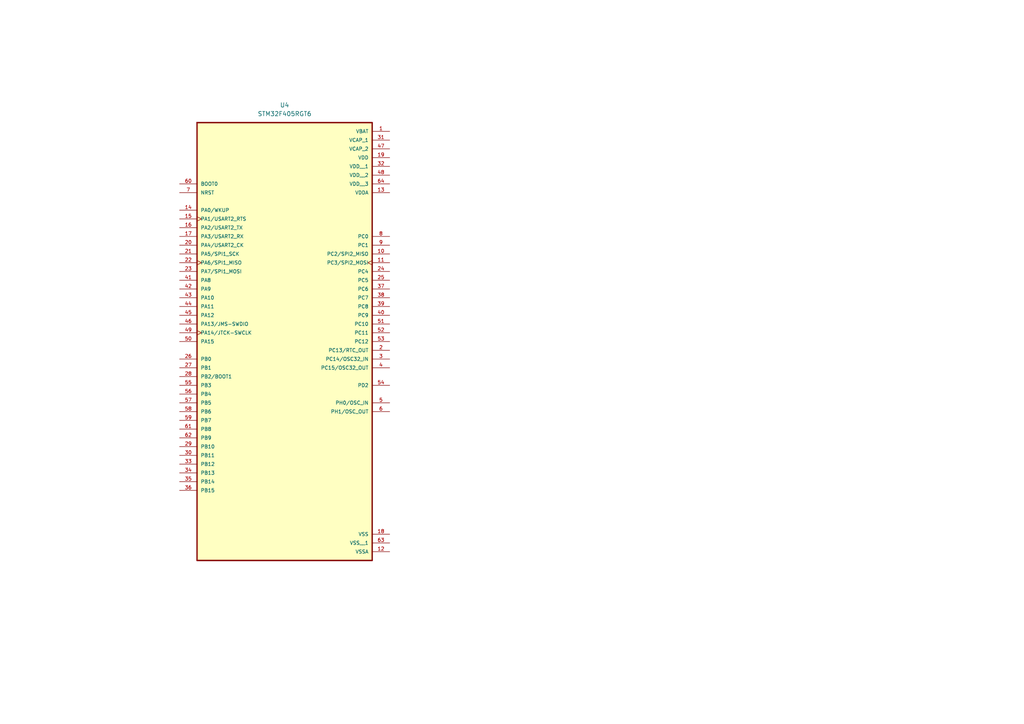
<source format=kicad_sch>
(kicad_sch (version 20250114) (generator "eeschema") (generator_version "9.0")
  (paper "A4")
  (lib_symbols
    (symbol "Aircraft_Components:STM32F405RGT6" (pin_names (offset 1.016))
      (property "Reference" "U" (at -25.6442 59.5578 0))
      (property "Value" "STM32F405RGT6" (at -25.6043 -72.7202 0))
      (symbol "STM32F405RGT6_0_0"
        (rectangle (start -25.4 -68.58) (end 25.4 58.42) (stroke (width 0.41)) (fill (type background)))
        (pin bidirectional line (at -30.48 40.64 0) (length 5.08) (name "BOOT0") (number "60"))
        (pin bidirectional line (at -30.48 38.1 0) (length 5.08) (name "NRST") (number "7"))
        (pin bidirectional line (at -30.48 33.02 0) (length 5.08) (name "PA0/WKUP") (number "14"))
        (pin bidirectional clock (at -30.48 30.48 0) (length 5.08) (name "PA1/USART2_RTS") (number "15"))
        (pin bidirectional line (at -30.48 27.94 0) (length 5.08) (name "PA2/USART2_TX") (number "16"))
        (pin bidirectional line (at -30.48 25.4 0) (length 5.08) (name "PA3/USART2_RX") (number "17"))
        (pin bidirectional line (at -30.48 22.86 0) (length 5.08) (name "PA4/USART2_CK") (number "20"))
        (pin bidirectional line (at -30.48 20.32 0) (length 5.08) (name "PA5/SPI1_SCK") (number "21"))
        (pin bidirectional clock (at -30.48 17.78 0) (length 5.08) (name "PA6/SPI1_MISO") (number "22"))
        (pin bidirectional line (at -30.48 15.24 0) (length 5.08) (name "PA7/SPI1_MOSI") (number "23"))
        (pin bidirectional line (at -30.48 12.7 0) (length 5.08) (name "PA8") (number "41"))
        (pin bidirectional line (at -30.48 10.16 0) (length 5.08) (name "PA9") (number "42"))
        (pin bidirectional line (at -30.48 7.62 0) (length 5.08) (name "PA10") (number "43"))
        (pin bidirectional line (at -30.48 5.08 0) (length 5.08) (name "PA11") (number "44"))
        (pin bidirectional line (at -30.48 2.54 0) (length 5.08) (name "PA12") (number "45"))
        (pin bidirectional line (at -30.48 0 0) (length 5.08) (name "PA13/JMS-SWDIO") (number "46"))
        (pin bidirectional clock (at -30.48 -2.54 0) (length 5.08) (name "PA14/JTCK-SWCLK") (number "49"))
        (pin bidirectional line (at -30.48 -5.08 0) (length 5.08) (name "PA15") (number "50"))
        (pin bidirectional line (at -30.48 -10.16 0) (length 5.08) (name "PB0") (number "26"))
        (pin bidirectional line (at -30.48 -12.7 0) (length 5.08) (name "PB1") (number "27"))
        (pin bidirectional line (at -30.48 -15.24 0) (length 5.08) (name "PB2/BOOT1") (number "28"))
        (pin bidirectional line (at -30.48 -17.78 0) (length 5.08) (name "PB3") (number "55"))
        (pin bidirectional line (at -30.48 -20.32 0) (length 5.08) (name "PB4") (number "56"))
        (pin bidirectional line (at -30.48 -22.86 0) (length 5.08) (name "PB5") (number "57"))
        (pin bidirectional line (at -30.48 -25.4 0) (length 5.08) (name "PB6") (number "58"))
        (pin bidirectional line (at -30.48 -27.94 0) (length 5.08) (name "PB7") (number "59"))
        (pin bidirectional line (at -30.48 -30.48 0) (length 5.08) (name "PB8") (number "61"))
        (pin bidirectional line (at -30.48 -33.02 0) (length 5.08) (name "PB9") (number "62"))
        (pin bidirectional line (at -30.48 -35.56 0) (length 5.08) (name "PB10") (number "29"))
        (pin bidirectional line (at -30.48 -38.1 0) (length 5.08) (name "PB11") (number "30"))
        (pin bidirectional line (at -30.48 -40.64 0) (length 5.08) (name "PB12") (number "33"))
        (pin bidirectional line (at -30.48 -43.18 0) (length 5.08) (name "PB13") (number "34"))
        (pin bidirectional line (at -30.48 -45.72 0) (length 5.08) (name "PB14") (number "35"))
        (pin bidirectional line (at -30.48 -48.26 0) (length 5.08) (name "PB15") (number "36"))
        (pin power_in line (at 30.48 55.88 180) (length 5.08) (name "VBAT") (number "1"))
        (pin power_in line (at 30.48 53.34 180) (length 5.08) (name "VCAP_1") (number "31"))
        (pin power_in line (at 30.48 50.8 180) (length 5.08) (name "VCAP_2") (number "47"))
        (pin power_in line (at 30.48 48.26 180) (length 5.08) (name "VDD") (number "19"))
        (pin power_in line (at 30.48 45.72 180) (length 5.08) (name "VDD__1") (number "32"))
        (pin power_in line (at 30.48 43.18 180) (length 5.08) (name "VDD__2") (number "48"))
        (pin power_in line (at 30.48 40.64 180) (length 5.08) (name "VDD__3") (number "64"))
        (pin power_in line (at 30.48 38.1 180) (length 5.08) (name "VDDA") (number "13"))
        (pin bidirectional line (at 30.48 25.4 180) (length 5.08) (name "PC0") (number "8"))
        (pin bidirectional line (at 30.48 22.86 180) (length 5.08) (name "PC1") (number "9"))
        (pin bidirectional line (at 30.48 20.32 180) (length 5.08) (name "PC2/SPI2_MISO") (number "10"))
        (pin bidirectional clock (at 30.48 17.78 180) (length 5.08) (name "PC3/SPI2_MOSI") (number "11"))
        (pin bidirectional line (at 30.48 15.24 180) (length 5.08) (name "PC4") (number "24"))
        (pin bidirectional line (at 30.48 12.7 180) (length 5.08) (name "PC5") (number "25"))
        (pin bidirectional line (at 30.48 10.16 180) (length 5.08) (name "PC6") (number "37"))
        (pin bidirectional line (at 30.48 7.62 180) (length 5.08) (name "PC7") (number "38"))
        (pin bidirectional line (at 30.48 5.08 180) (length 5.08) (name "PC8") (number "39"))
        (pin bidirectional line (at 30.48 2.54 180) (length 5.08) (name "PC9") (number "40"))
        (pin bidirectional line (at 30.48 0 180) (length 5.08) (name "PC10") (number "51"))
        (pin bidirectional line (at 30.48 -2.54 180) (length 5.08) (name "PC11") (number "52"))
        (pin bidirectional line (at 30.48 -5.08 180) (length 5.08) (name "PC12") (number "53"))
        (pin bidirectional line (at 30.48 -7.62 180) (length 5.08) (name "PC13/RTC_OUT") (number "2"))
        (pin bidirectional line (at 30.48 -10.16 180) (length 5.08) (name "PC14/OSC32_IN") (number "3"))
        (pin bidirectional line (at 30.48 -12.7 180) (length 5.08) (name "PC15/OSC32_OUT") (number "4"))
        (pin bidirectional line (at 30.48 -17.78 180) (length 5.08) (name "PD2") (number "54"))
        (pin bidirectional line (at 30.48 -22.86 180) (length 5.08) (name "PH0/OSC_IN") (number "5"))
        (pin bidirectional line (at 30.48 -25.4 180) (length 5.08) (name "PH1/OSC_OUT") (number "6"))
        (pin power_in line (at 30.48 -60.96 180) (length 5.08) (name "VSS") (number "18"))
        (pin power_in line (at 30.48 -63.5 180) (length 5.08) (name "VSS__1") (number "63"))
        (pin power_in line (at 30.48 -66.04 180) (length 5.08) (name "VSSA") (number "12"))
      )
    )
  )
  (symbol (lib_id "Aircraft_Components:STM32F405RGT6") (at 82.55 93.98 0) (unit 1)
    (property "Reference" "U4" (at 82.55 30.48 0))
    (property "Value" "STM32F405RGT6" (at 82.55 33.02 0))
    (property "Footprint" "STM32F405RGT6:QFP50P1200X1200X160-64N" (effects (hide yes)))
    (property "PARTREV" "LTR" (effects (hide yes)))
    (property "STANDARD" "IPC-7351B" (effects (hide yes)))
    (property "MANUFACTURER" "STMicroelectronics" (effects (hide yes)))
  )
)
</source>
